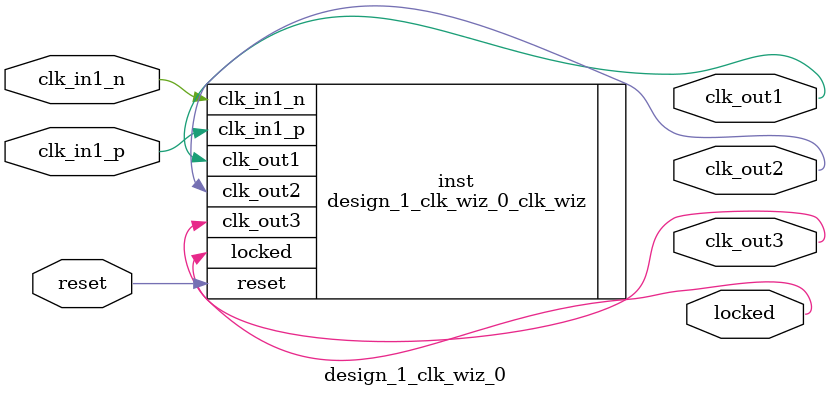
<source format=v>


`timescale 1ps/1ps

(* CORE_GENERATION_INFO = "design_1_clk_wiz_0,clk_wiz_v6_0_4_0_0,{component_name=design_1_clk_wiz_0,use_phase_alignment=false,use_min_o_jitter=false,use_max_i_jitter=false,use_dyn_phase_shift=false,use_inclk_switchover=false,use_dyn_reconfig=false,enable_axi=0,feedback_source=FDBK_AUTO,PRIMITIVE=MMCM,num_out_clk=3,clkin1_period=10.000,clkin2_period=10.000,use_power_down=false,use_reset=true,use_locked=true,use_inclk_stopped=false,feedback_type=SINGLE,CLOCK_MGR_TYPE=NA,manual_override=false}" *)

module design_1_clk_wiz_0 
 (
  // Clock out ports
  output        clk_out1,
  output        clk_out2,
  output        clk_out3,
  // Status and control signals
  input         reset,
  output        locked,
 // Clock in ports
  input         clk_in1_p,
  input         clk_in1_n
 );

  design_1_clk_wiz_0_clk_wiz inst
  (
  // Clock out ports  
  .clk_out1(clk_out1),
  .clk_out2(clk_out2),
  .clk_out3(clk_out3),
  // Status and control signals               
  .reset(reset), 
  .locked(locked),
 // Clock in ports
  .clk_in1_p(clk_in1_p),
  .clk_in1_n(clk_in1_n)
  );

endmodule

</source>
